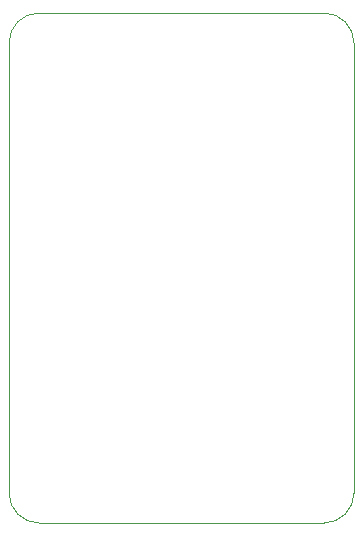
<source format=gm1>
G04 #@! TF.GenerationSoftware,KiCad,Pcbnew,(5.1.6-0-10_14)*
G04 #@! TF.CreationDate,2021-04-25T22:01:39+02:00*
G04 #@! TF.ProjectId,VGA_breakout,5647415f-6272-4656-916b-6f75742e6b69,rev?*
G04 #@! TF.SameCoordinates,Original*
G04 #@! TF.FileFunction,Profile,NP*
%FSLAX46Y46*%
G04 Gerber Fmt 4.6, Leading zero omitted, Abs format (unit mm)*
G04 Created by KiCad (PCBNEW (5.1.6-0-10_14)) date 2021-04-25 22:01:39*
%MOMM*%
%LPD*%
G01*
G04 APERTURE LIST*
G04 #@! TA.AperFunction,Profile*
%ADD10C,0.050000*%
G04 #@! TD*
G04 APERTURE END LIST*
D10*
X154940000Y-107950000D02*
G75*
G02*
X152400000Y-110490000I-2540000J0D01*
G01*
X128270000Y-110490000D02*
G75*
G02*
X125730000Y-107950000I0J2540000D01*
G01*
X125730000Y-69850000D02*
G75*
G02*
X128270000Y-67310000I2540000J0D01*
G01*
X152400000Y-67310000D02*
G75*
G02*
X154940000Y-69850000I0J-2540000D01*
G01*
X125730000Y-69850000D02*
X125730000Y-107950000D01*
X152400000Y-67310000D02*
X128270000Y-67310000D01*
X154940000Y-107950000D02*
X154940000Y-69850000D01*
X128270000Y-110490000D02*
X152400000Y-110490000D01*
M02*

</source>
